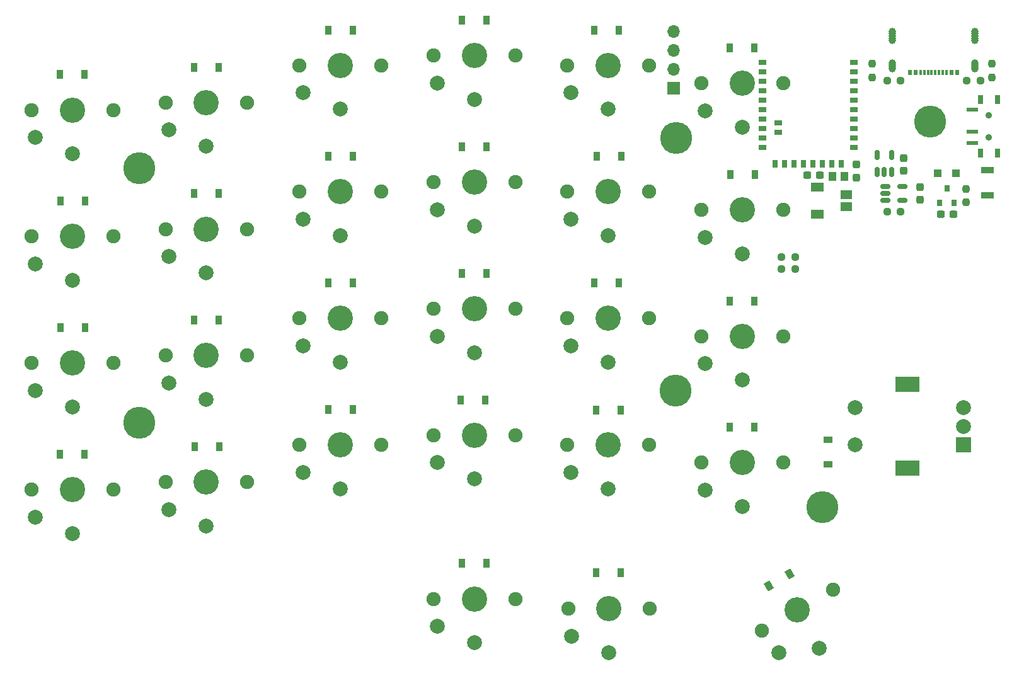
<source format=gbs>
G04 #@! TF.GenerationSoftware,KiCad,Pcbnew,(5.99.0-8557-g8988e46ab1)*
G04 #@! TF.CreationDate,2021-01-24T23:58:03-07:00*
G04 #@! TF.ProjectId,BlueSof,426c7565-536f-4662-9e6b-696361645f70,rev?*
G04 #@! TF.SameCoordinates,PX85099e0PY51bada0*
G04 #@! TF.FileFunction,Soldermask,Bot*
G04 #@! TF.FilePolarity,Negative*
%FSLAX46Y46*%
G04 Gerber Fmt 4.6, Leading zero omitted, Abs format (unit mm)*
G04 Created by KiCad (PCBNEW (5.99.0-8557-g8988e46ab1)) date 2021-01-24 23:58:03*
%MOMM*%
%LPD*%
G01*
G04 APERTURE LIST*
G04 Aperture macros list*
%AMRoundRect*
0 Rectangle with rounded corners*
0 $1 Rounding radius*
0 $2 $3 $4 $5 $6 $7 $8 $9 X,Y pos of 4 corners*
0 Add a 4 corners polygon primitive as box body*
4,1,4,$2,$3,$4,$5,$6,$7,$8,$9,$2,$3,0*
0 Add four circle primitives for the rounded corners*
1,1,$1+$1,$2,$3*
1,1,$1+$1,$4,$5*
1,1,$1+$1,$6,$7*
1,1,$1+$1,$8,$9*
0 Add four rect primitives between the rounded corners*
20,1,$1+$1,$2,$3,$4,$5,0*
20,1,$1+$1,$4,$5,$6,$7,0*
20,1,$1+$1,$6,$7,$8,$9,0*
20,1,$1+$1,$8,$9,$2,$3,0*%
%AMRotRect*
0 Rectangle, with rotation*
0 The origin of the aperture is its center*
0 $1 length*
0 $2 width*
0 $3 Rotation angle, in degrees counterclockwise*
0 Add horizontal line*
21,1,$1,$2,0,0,$3*%
G04 Aperture macros list end*
%ADD10C,1.900000*%
%ADD11C,3.400000*%
%ADD12C,2.000000*%
%ADD13R,1.700000X1.700000*%
%ADD14O,1.700000X1.700000*%
%ADD15R,2.000000X2.000000*%
%ADD16R,3.200000X2.000000*%
%ADD17R,0.900000X1.200000*%
%ADD18RotRect,0.900000X1.200000X30.000000*%
%ADD19R,1.200000X0.900000*%
%ADD20RoundRect,0.237500X-0.237500X0.300000X-0.237500X-0.300000X0.237500X-0.300000X0.237500X0.300000X0*%
%ADD21RoundRect,0.237500X0.237500X-0.300000X0.237500X0.300000X-0.237500X0.300000X-0.237500X-0.300000X0*%
%ADD22RoundRect,0.237500X-0.300000X-0.237500X0.300000X-0.237500X0.300000X0.237500X-0.300000X0.237500X0*%
%ADD23R,0.540000X0.800000*%
%ADD24R,0.300000X0.800000*%
%ADD25C,1.000000*%
%ADD26R,0.800000X0.900000*%
%ADD27RoundRect,0.237500X0.250000X0.237500X-0.250000X0.237500X-0.250000X-0.237500X0.250000X-0.237500X0*%
%ADD28RoundRect,0.237500X-0.250000X-0.237500X0.250000X-0.237500X0.250000X0.237500X-0.250000X0.237500X0*%
%ADD29RoundRect,0.237500X0.237500X-0.250000X0.237500X0.250000X-0.237500X0.250000X-0.237500X-0.250000X0*%
%ADD30R,1.700000X0.900000*%
%ADD31RoundRect,0.150000X-0.512500X-0.150000X0.512500X-0.150000X0.512500X0.150000X-0.512500X0.150000X0*%
%ADD32RoundRect,0.150000X0.150000X-0.512500X0.150000X0.512500X-0.150000X0.512500X-0.150000X-0.512500X0*%
%ADD33R,1.050000X1.200000*%
%ADD34RoundRect,0.237500X-0.237500X0.250000X-0.237500X-0.250000X0.237500X-0.250000X0.237500X0.250000X0*%
%ADD35R,1.000000X0.650000*%
%ADD36R,0.650000X1.000000*%
%ADD37R,1.000000X1.000000*%
%ADD38C,4.300000*%
%ADD39R,1.550000X1.200000*%
%ADD40R,1.800000X1.200000*%
%ADD41C,0.900000*%
%ADD42R,1.524000X0.600000*%
%ADD43R,0.700000X1.200000*%
G04 APERTURE END LIST*
D10*
X39873000Y31600000D03*
X50873000Y31600000D03*
D11*
X45373000Y31600000D03*
D12*
X40373000Y27900000D03*
X45373000Y25700000D03*
D10*
X21873000Y34000000D03*
D11*
X27373000Y34000000D03*
D10*
X32873000Y34000000D03*
D12*
X22373000Y30300000D03*
X27373000Y28100000D03*
D10*
X-3127000Y34000000D03*
D11*
X-8627000Y34000000D03*
D10*
X-14127000Y34000000D03*
D12*
X-13627000Y30300000D03*
X-8627000Y28100000D03*
D10*
X-21127000Y29000000D03*
D11*
X-26627000Y29000000D03*
D10*
X-32127000Y29000000D03*
D12*
X-31627000Y25300000D03*
X-26627000Y23100000D03*
D10*
X-50127000Y28000000D03*
D11*
X-44627000Y28000000D03*
D10*
X-39127000Y28000000D03*
D12*
X-49627000Y24300000D03*
X-44627000Y22100000D03*
D11*
X45373000Y14600000D03*
D10*
X39873000Y14600000D03*
X50873000Y14600000D03*
D12*
X40373000Y10900000D03*
X45373000Y8700000D03*
D11*
X27373000Y17000000D03*
D10*
X32873000Y17000000D03*
X21873000Y17000000D03*
D12*
X22373000Y13300000D03*
X27373000Y11100000D03*
D10*
X14873000Y18300000D03*
D11*
X9373000Y18300000D03*
D10*
X3873000Y18300000D03*
D12*
X4373000Y14600000D03*
X9373000Y12400000D03*
D11*
X-8627000Y17000000D03*
D10*
X-14127000Y17000000D03*
X-3127000Y17000000D03*
D12*
X-13627000Y13300000D03*
X-8627000Y11100000D03*
D10*
X-39127000Y11000000D03*
D11*
X-44627000Y11000000D03*
D10*
X-50127000Y11000000D03*
D12*
X-49627000Y7300000D03*
X-44627000Y5100000D03*
D10*
X21873000Y0D03*
X32873000Y0D03*
D11*
X27373000Y0D03*
D12*
X22373000Y-3700000D03*
X27373000Y-5900000D03*
D11*
X9373000Y1300000D03*
D10*
X3873000Y1300000D03*
X14873000Y1300000D03*
D12*
X4373000Y-2400000D03*
X9373000Y-4600000D03*
D10*
X-3127000Y0D03*
X-14127000Y0D03*
D11*
X-8627000Y0D03*
D12*
X-13627000Y-3700000D03*
X-8627000Y-5900000D03*
D10*
X-21127000Y-5000000D03*
D11*
X-26627000Y-5000000D03*
D10*
X-32127000Y-5000000D03*
D12*
X-31627000Y-8700000D03*
X-26627000Y-10900000D03*
D10*
X39873000Y-19400000D03*
X50873000Y-19400000D03*
D11*
X45373000Y-19400000D03*
D12*
X40373000Y-23100000D03*
X45373000Y-25300000D03*
D10*
X3873000Y-15700000D03*
D11*
X9373000Y-15700000D03*
D10*
X14873000Y-15700000D03*
D12*
X4373000Y-19400000D03*
X9373000Y-21600000D03*
D11*
X-8627000Y-17000000D03*
D10*
X-14127000Y-17000000D03*
X-3127000Y-17000000D03*
D12*
X-13627000Y-20700000D03*
X-8627000Y-22900000D03*
D10*
X-21127000Y-22000000D03*
D11*
X-26627000Y-22000000D03*
D10*
X-32127000Y-22000000D03*
D12*
X-31627000Y-25700000D03*
X-26627000Y-27900000D03*
D10*
X-39127000Y-23000000D03*
X-50127000Y-23000000D03*
D11*
X-44627000Y-23000000D03*
D12*
X-49627000Y-26700000D03*
X-44627000Y-28900000D03*
D10*
X39873000Y-2400000D03*
D11*
X45373000Y-2400000D03*
D10*
X50873000Y-2400000D03*
D12*
X40373000Y-6100000D03*
X45373000Y-8300000D03*
D11*
X-26627000Y12000000D03*
D10*
X-32127000Y12000000D03*
X-21127000Y12000000D03*
D12*
X-31627000Y8300000D03*
X-26627000Y6100000D03*
D10*
X-39127000Y-6000000D03*
X-50127000Y-6000000D03*
D11*
X-44627000Y-6000000D03*
D12*
X-49627000Y-9700000D03*
X-44627000Y-11900000D03*
D10*
X3873000Y-37700000D03*
D11*
X9373000Y-37700000D03*
D10*
X14873000Y-37700000D03*
D12*
X4373000Y-41400000D03*
X9373000Y-43600000D03*
D10*
X3873000Y35300000D03*
D11*
X9373000Y35300000D03*
D10*
X14873000Y35300000D03*
D12*
X4373000Y31600000D03*
X9373000Y29400000D03*
D10*
X32873000Y-17000000D03*
X21873000Y-17000000D03*
D11*
X27373000Y-17000000D03*
D12*
X22373000Y-20700000D03*
X27373000Y-22900000D03*
D13*
X36173000Y30900000D03*
D14*
X36173000Y33440000D03*
X36173000Y35980000D03*
X36173000Y38520000D03*
D10*
X57536140Y-36450000D03*
X48009860Y-41950000D03*
D11*
X52773000Y-39200000D03*
D12*
X50292873Y-44904294D03*
X55723000Y-44309550D03*
D15*
X75073000Y-17000000D03*
D12*
X75073000Y-12000000D03*
X75073000Y-14500000D03*
D16*
X67573000Y-20100000D03*
X67573000Y-8900000D03*
D12*
X60573000Y-12000000D03*
X60573000Y-17000000D03*
D10*
X32973000Y-39000000D03*
D11*
X27473000Y-39000000D03*
D10*
X21973000Y-39000000D03*
D12*
X22473000Y-42700000D03*
X27473000Y-44900000D03*
D17*
X25523000Y38700000D03*
X28823000Y38700000D03*
X7723000Y40050000D03*
X11023000Y40050000D03*
X-10277000Y38750000D03*
X-6977000Y38750000D03*
X-28277000Y33750000D03*
X-24977000Y33750000D03*
X-46277000Y32750000D03*
X-42977000Y32750000D03*
X43773000Y19350000D03*
X47073000Y19350000D03*
X25823000Y21800000D03*
X29123000Y21800000D03*
X7723000Y23050000D03*
X11023000Y23050000D03*
X-10227000Y21750000D03*
X-6927000Y21750000D03*
X-28277000Y16750000D03*
X-24977000Y16750000D03*
X-46227000Y15750000D03*
X-42927000Y15750000D03*
X25523000Y4800000D03*
X28823000Y4800000D03*
X7723000Y6050000D03*
X11023000Y6050000D03*
X-10227000Y4750000D03*
X-6927000Y4750000D03*
X-28277000Y-250000D03*
X-24977000Y-250000D03*
X-46227000Y-1250000D03*
X-42927000Y-1250000D03*
X43723000Y-14650000D03*
X47023000Y-14650000D03*
X25723000Y-12300000D03*
X29023000Y-12300000D03*
X7523000Y-11000000D03*
X10823000Y-11000000D03*
X-10227000Y-12250000D03*
X-6927000Y-12250000D03*
X-28227000Y-17250000D03*
X-24927000Y-17250000D03*
X-46277000Y-18250000D03*
X-42977000Y-18250000D03*
X43723000Y2350000D03*
X47023000Y2350000D03*
X25723000Y-34200000D03*
X29023000Y-34200000D03*
D18*
X48916301Y-35975000D03*
X51774185Y-34325000D03*
D19*
X56873000Y-19649999D03*
X56873000Y-16349999D03*
D17*
X43723000Y36350000D03*
X47023000Y36350000D03*
X7723000Y-32900000D03*
X11023000Y-32900000D03*
D20*
X67073000Y21562500D03*
X67073000Y19837500D03*
X60710500Y20662500D03*
X60710500Y18937500D03*
D21*
X69273000Y15937500D03*
X69273000Y17662500D03*
D22*
X72048000Y14000000D03*
X73773000Y14000000D03*
D23*
X74273000Y33025000D03*
X67873000Y33025000D03*
X68673000Y33025000D03*
X73473000Y33025000D03*
D24*
X69823000Y33025000D03*
X70823000Y33025000D03*
X71323000Y33025000D03*
X72323000Y33025000D03*
X72823000Y33025000D03*
X71823000Y33025000D03*
X70323000Y33025000D03*
X69315000Y33025000D03*
D25*
X65497700Y37319900D03*
X76648300Y37332600D03*
X65497400Y34306000D03*
X76648300Y33789300D03*
X76648000Y33544000D03*
X65498000Y38539100D03*
X76648300Y37967600D03*
X65497400Y34043300D03*
X76648000Y34306000D03*
X65497700Y38259700D03*
X65497700Y33789300D03*
X76648600Y38551800D03*
X65497400Y33544000D03*
X76648300Y38272400D03*
X76648000Y34043300D03*
X76648300Y37624700D03*
X65497700Y37954900D03*
X65497700Y37612000D03*
D26*
X73823000Y15500000D03*
X71923000Y15500000D03*
X72873000Y17500000D03*
D27*
X66660500Y14300000D03*
X64835500Y14300000D03*
D28*
X50635500Y8200000D03*
X52460500Y8200000D03*
D27*
X52460500Y6600000D03*
X50635500Y6600000D03*
X66673000Y31900000D03*
X64848000Y31900000D03*
D28*
X75560500Y31900000D03*
X77385500Y31900000D03*
D29*
X75448000Y15587500D03*
X75448000Y17412500D03*
D30*
X78348000Y19900000D03*
X78348000Y16500000D03*
D31*
X64610500Y15850000D03*
X64610500Y16800000D03*
X64610500Y17750000D03*
X66885500Y17750000D03*
X66885500Y15850000D03*
D32*
X65423000Y19700000D03*
X64473000Y19700000D03*
X63523000Y19700000D03*
X63523000Y21975000D03*
X65423000Y21975000D03*
D33*
X57448000Y19100000D03*
X59098000Y19100000D03*
D22*
X54110500Y19200000D03*
X55835500Y19200000D03*
D34*
X78873000Y34212500D03*
X78873000Y32387500D03*
D35*
X60331045Y34430000D03*
X60331045Y33160000D03*
X60331045Y31890000D03*
X60331045Y30620000D03*
X60331045Y29350000D03*
X60331045Y28080000D03*
X60331045Y26810000D03*
X60331045Y25540000D03*
X60331045Y24270000D03*
X60331045Y23000000D03*
D36*
X58682045Y20781000D03*
X57412045Y20781000D03*
X56142045Y20781000D03*
X54872045Y20781000D03*
X53602045Y20781000D03*
X52332045Y20781000D03*
X51062045Y20781000D03*
X49792045Y20781000D03*
D35*
X48093045Y23000000D03*
X48093045Y24270000D03*
X50171045Y25032000D03*
X48093045Y25540000D03*
X50171045Y26302000D03*
X48093045Y26810000D03*
X48093045Y28080000D03*
X48093045Y29350000D03*
X48093045Y30620000D03*
X48093045Y31890000D03*
X48093045Y33160000D03*
X48093045Y34430000D03*
D37*
X71598000Y19500000D03*
X74098000Y19500000D03*
D34*
X62848000Y34212500D03*
X62848000Y32387500D03*
D38*
X-35627000Y20175000D03*
D39*
X59323000Y15000000D03*
X59323000Y16600000D03*
D40*
X55448000Y14000000D03*
X55448000Y17600000D03*
D38*
X70648000Y26400000D03*
X36473000Y24275000D03*
X36373000Y-9725000D03*
X56148000Y-25400000D03*
X-35627000Y-14025000D03*
D41*
X78498000Y24300000D03*
X78498000Y27300000D03*
D42*
X76248000Y28050000D03*
X76248000Y25050000D03*
X76248000Y23550000D03*
D43*
X79648000Y29400000D03*
X79648000Y22200000D03*
X77348000Y22200000D03*
X77348000Y29400000D03*
M02*

</source>
